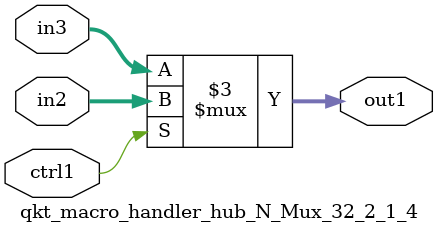
<source format=v>

`timescale 1ps / 1ps


module qkt_macro_handler_hub_N_Mux_32_2_1_4( in3, in2, ctrl1, out1 );

    input [31:0] in3;
    input [31:0] in2;
    input ctrl1;
    output [31:0] out1;
    reg [31:0] out1;

    
    // rtl_process:qkt_macro_handler_hub_N_Mux_32_2_1_4/qkt_macro_handler_hub_N_Mux_32_2_1_4_thread_1
    always @*
      begin : qkt_macro_handler_hub_N_Mux_32_2_1_4_thread_1
        case (ctrl1) 
          1'b1: 
            begin
              out1 = in2;
            end
          default: 
            begin
              out1 = in3;
            end
        endcase
      end

endmodule



</source>
